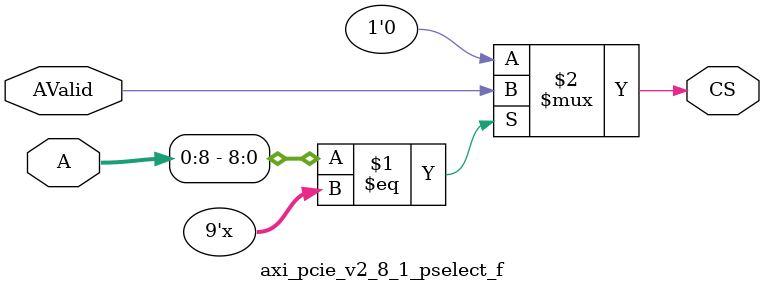
<source format=v>

`timescale 1ps/1ps

module axi_pcie_v2_8_1_pselect_f #(
  parameter                   C_AB      = 9,
  parameter                   C_AW      = 32,
  parameter [0:C_AW - 1]      C_BAR     =  'bz,
  parameter                   C_FAMILY  = "nofamily"
)(
  input      [0:C_AW-1]       A, 
  input                       AValid,
  output                      CS
);

// Local Paramater declaration
//--------------------------
localparam [0:C_AB-1]BAR = C_BAR[0:C_AB-1];

//------------------------------------------------------------------------------
// Behavioral decoder
//------------------------------------------------------------------------------
generate
if (C_AB > 0) begin : XST_WA
  assign CS = (A[0:C_AB - 1] == BAR[0:C_AB - 1]) ? AValid : 1'b0 ;
end

if (C_AB == 0) begin : PASS_ON_GEN
  assign CS = AValid ;
end
endgenerate

endmodule

</source>
